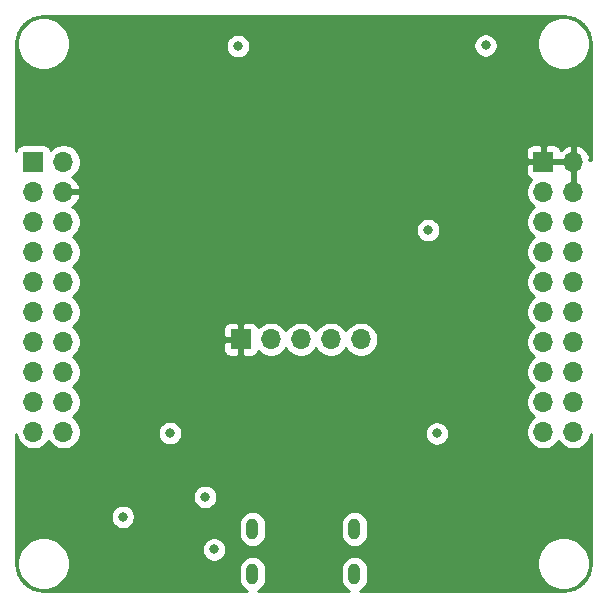
<source format=gbr>
%TF.GenerationSoftware,KiCad,Pcbnew,(5.1.10-1-10_14)*%
%TF.CreationDate,2021-10-31T18:44:30+08:00*%
%TF.ProjectId,esp32solo_devboard,65737033-3273-46f6-9c6f-5f646576626f,rev?*%
%TF.SameCoordinates,Original*%
%TF.FileFunction,Copper,L2,Inr*%
%TF.FilePolarity,Positive*%
%FSLAX46Y46*%
G04 Gerber Fmt 4.6, Leading zero omitted, Abs format (unit mm)*
G04 Created by KiCad (PCBNEW (5.1.10-1-10_14)) date 2021-10-31 18:44:30*
%MOMM*%
%LPD*%
G01*
G04 APERTURE LIST*
%TA.AperFunction,ComponentPad*%
%ADD10O,1.700000X1.700000*%
%TD*%
%TA.AperFunction,ComponentPad*%
%ADD11R,1.700000X1.700000*%
%TD*%
%TA.AperFunction,ComponentPad*%
%ADD12O,0.999998X1.799996*%
%TD*%
%TA.AperFunction,ViaPad*%
%ADD13C,0.800000*%
%TD*%
%TA.AperFunction,Conductor*%
%ADD14C,0.254000*%
%TD*%
%TA.AperFunction,Conductor*%
%ADD15C,0.100000*%
%TD*%
G04 APERTURE END LIST*
D10*
%TO.N,EN*%
%TO.C,J3*%
X129860000Y-78030000D03*
%TO.N,IO0*%
X127320000Y-78030000D03*
%TO.N,TXD0*%
X124780000Y-78030000D03*
%TO.N,RXD0*%
X122240000Y-78030000D03*
D11*
%TO.N,GND*%
X119700000Y-78030000D03*
%TD*%
D10*
%TO.N,SD1*%
%TO.C,J2*%
X147860000Y-85860000D03*
%TO.N,SD0*%
X145320000Y-85860000D03*
%TO.N,IO2*%
X147860000Y-83320000D03*
%TO.N,IO15*%
X145320000Y-83320000D03*
%TO.N,IO4*%
X147860000Y-80780000D03*
%TO.N,IO0*%
X145320000Y-80780000D03*
%TO.N,IO17*%
X147860000Y-78240000D03*
%TO.N,IO16*%
X145320000Y-78240000D03*
%TO.N,IO18*%
X147860000Y-75700000D03*
%TO.N,IO5*%
X145320000Y-75700000D03*
%TO.N,EN*%
X147860000Y-73160000D03*
%TO.N,IO19*%
X145320000Y-73160000D03*
%TO.N,RXD0*%
X147860000Y-70620000D03*
%TO.N,IO21*%
X145320000Y-70620000D03*
%TO.N,IO22*%
X147860000Y-68080000D03*
%TO.N,TXD0*%
X145320000Y-68080000D03*
%TO.N,GND*%
X147860000Y-65540000D03*
%TO.N,IO23*%
X145320000Y-65540000D03*
%TO.N,GND*%
X147860000Y-63000000D03*
D11*
X145320000Y-63000000D03*
%TD*%
D10*
%TO.N,CLK*%
%TO.C,J1*%
X104680000Y-85860000D03*
%TO.N,CMD*%
X102140000Y-85860000D03*
%TO.N,SD3*%
X104680000Y-83320000D03*
%TO.N,SD2*%
X102140000Y-83320000D03*
%TO.N,IO13*%
X104680000Y-80780000D03*
%TO.N,IO12*%
X102140000Y-80780000D03*
%TO.N,IO14*%
X104680000Y-78240000D03*
%TO.N,IO27*%
X102140000Y-78240000D03*
%TO.N,IO26*%
X104680000Y-75700000D03*
%TO.N,IO25*%
X102140000Y-75700000D03*
%TO.N,IO33*%
X104680000Y-73160000D03*
%TO.N,IO32*%
X102140000Y-73160000D03*
%TO.N,IO35*%
X104680000Y-70620000D03*
%TO.N,IO34*%
X102140000Y-70620000D03*
%TO.N,SENSOR_VN*%
X104680000Y-68080000D03*
%TO.N,SENSOR_VP*%
X102140000Y-68080000D03*
%TO.N,GND*%
X104680000Y-65540000D03*
%TO.N,EN*%
X102140000Y-65540000D03*
%TO.N,VBUS*%
X104680000Y-63000000D03*
D11*
%TO.N,+3V3*%
X102140000Y-63000000D03*
%TD*%
D12*
%TO.N,Net-(C1-Pad1)*%
%TO.C,P1*%
X129320159Y-97900047D03*
X129320159Y-94099953D03*
X120680095Y-97900047D03*
X120680095Y-94099953D03*
%TD*%
D13*
%TO.N,GND*%
X123970000Y-58710000D03*
X119290000Y-66340000D03*
X130870000Y-51290000D03*
X119400000Y-51330000D03*
X133780000Y-98260000D03*
X127780000Y-89780000D03*
X127749931Y-91269931D03*
X131580000Y-86020000D03*
X121750000Y-91810000D03*
X113060000Y-97940000D03*
X112075000Y-96005000D03*
X109700000Y-96005000D03*
X107990000Y-54860000D03*
X118340000Y-85980000D03*
%TO.N,EN*%
X113700000Y-85980000D03*
%TO.N,+3V3*%
X119440000Y-53200000D03*
X135550000Y-68790000D03*
X116680000Y-91360000D03*
X109700000Y-93055000D03*
%TO.N,IO0*%
X136299970Y-86000000D03*
%TO.N,IO2*%
X140420000Y-53142500D03*
%TO.N,VBUS*%
X117430000Y-95810000D03*
%TD*%
D14*
%TO.N,GND*%
X147453893Y-50707670D02*
X147890498Y-50839489D01*
X148293185Y-51053600D01*
X148646612Y-51341848D01*
X148937327Y-51693261D01*
X149154242Y-52094439D01*
X149289106Y-52530113D01*
X149340000Y-53014344D01*
X149340000Y-62872998D01*
X149180156Y-62872998D01*
X149301476Y-62643110D01*
X149256825Y-62495901D01*
X149131641Y-62233080D01*
X148957588Y-61999731D01*
X148741355Y-61804822D01*
X148491252Y-61655843D01*
X148216891Y-61558519D01*
X147987000Y-61679186D01*
X147987000Y-62873000D01*
X148007000Y-62873000D01*
X148007000Y-63127000D01*
X147987000Y-63127000D01*
X147987000Y-65413000D01*
X148007000Y-65413000D01*
X148007000Y-65667000D01*
X147987000Y-65667000D01*
X147987000Y-65687000D01*
X147733000Y-65687000D01*
X147733000Y-65667000D01*
X147713000Y-65667000D01*
X147713000Y-65413000D01*
X147733000Y-65413000D01*
X147733000Y-63127000D01*
X145447000Y-63127000D01*
X145447000Y-63147000D01*
X145193000Y-63147000D01*
X145193000Y-63127000D01*
X143993750Y-63127000D01*
X143835000Y-63285750D01*
X143831928Y-63850000D01*
X143844188Y-63974482D01*
X143880498Y-64094180D01*
X143939463Y-64204494D01*
X144018815Y-64301185D01*
X144115506Y-64380537D01*
X144225820Y-64439502D01*
X144298380Y-64461513D01*
X144166525Y-64593368D01*
X144004010Y-64836589D01*
X143892068Y-65106842D01*
X143835000Y-65393740D01*
X143835000Y-65686260D01*
X143892068Y-65973158D01*
X144004010Y-66243411D01*
X144166525Y-66486632D01*
X144373368Y-66693475D01*
X144547760Y-66810000D01*
X144373368Y-66926525D01*
X144166525Y-67133368D01*
X144004010Y-67376589D01*
X143892068Y-67646842D01*
X143835000Y-67933740D01*
X143835000Y-68226260D01*
X143892068Y-68513158D01*
X144004010Y-68783411D01*
X144166525Y-69026632D01*
X144373368Y-69233475D01*
X144547760Y-69350000D01*
X144373368Y-69466525D01*
X144166525Y-69673368D01*
X144004010Y-69916589D01*
X143892068Y-70186842D01*
X143835000Y-70473740D01*
X143835000Y-70766260D01*
X143892068Y-71053158D01*
X144004010Y-71323411D01*
X144166525Y-71566632D01*
X144373368Y-71773475D01*
X144547760Y-71890000D01*
X144373368Y-72006525D01*
X144166525Y-72213368D01*
X144004010Y-72456589D01*
X143892068Y-72726842D01*
X143835000Y-73013740D01*
X143835000Y-73306260D01*
X143892068Y-73593158D01*
X144004010Y-73863411D01*
X144166525Y-74106632D01*
X144373368Y-74313475D01*
X144547760Y-74430000D01*
X144373368Y-74546525D01*
X144166525Y-74753368D01*
X144004010Y-74996589D01*
X143892068Y-75266842D01*
X143835000Y-75553740D01*
X143835000Y-75846260D01*
X143892068Y-76133158D01*
X144004010Y-76403411D01*
X144166525Y-76646632D01*
X144373368Y-76853475D01*
X144547760Y-76970000D01*
X144373368Y-77086525D01*
X144166525Y-77293368D01*
X144004010Y-77536589D01*
X143892068Y-77806842D01*
X143835000Y-78093740D01*
X143835000Y-78386260D01*
X143892068Y-78673158D01*
X144004010Y-78943411D01*
X144166525Y-79186632D01*
X144373368Y-79393475D01*
X144547760Y-79510000D01*
X144373368Y-79626525D01*
X144166525Y-79833368D01*
X144004010Y-80076589D01*
X143892068Y-80346842D01*
X143835000Y-80633740D01*
X143835000Y-80926260D01*
X143892068Y-81213158D01*
X144004010Y-81483411D01*
X144166525Y-81726632D01*
X144373368Y-81933475D01*
X144547760Y-82050000D01*
X144373368Y-82166525D01*
X144166525Y-82373368D01*
X144004010Y-82616589D01*
X143892068Y-82886842D01*
X143835000Y-83173740D01*
X143835000Y-83466260D01*
X143892068Y-83753158D01*
X144004010Y-84023411D01*
X144166525Y-84266632D01*
X144373368Y-84473475D01*
X144547760Y-84590000D01*
X144373368Y-84706525D01*
X144166525Y-84913368D01*
X144004010Y-85156589D01*
X143892068Y-85426842D01*
X143835000Y-85713740D01*
X143835000Y-86006260D01*
X143892068Y-86293158D01*
X144004010Y-86563411D01*
X144166525Y-86806632D01*
X144373368Y-87013475D01*
X144616589Y-87175990D01*
X144886842Y-87287932D01*
X145173740Y-87345000D01*
X145466260Y-87345000D01*
X145753158Y-87287932D01*
X146023411Y-87175990D01*
X146266632Y-87013475D01*
X146473475Y-86806632D01*
X146590000Y-86632240D01*
X146706525Y-86806632D01*
X146913368Y-87013475D01*
X147156589Y-87175990D01*
X147426842Y-87287932D01*
X147713740Y-87345000D01*
X148006260Y-87345000D01*
X148293158Y-87287932D01*
X148563411Y-87175990D01*
X148806632Y-87013475D01*
X149013475Y-86806632D01*
X149175990Y-86563411D01*
X149287932Y-86293158D01*
X149340001Y-86031393D01*
X149340001Y-96967711D01*
X149292330Y-97453894D01*
X149160512Y-97890497D01*
X148946399Y-98293186D01*
X148658150Y-98646613D01*
X148306739Y-98937327D01*
X147905564Y-99154240D01*
X147469886Y-99289106D01*
X146985664Y-99340000D01*
X129782276Y-99340000D01*
X129953781Y-99248329D01*
X130126607Y-99106494D01*
X130268442Y-98933668D01*
X130373834Y-98736493D01*
X130438735Y-98522544D01*
X130455158Y-98355797D01*
X130455158Y-97444296D01*
X130438735Y-97277549D01*
X130373834Y-97063601D01*
X130268442Y-96866426D01*
X130197409Y-96779872D01*
X144765000Y-96779872D01*
X144765000Y-97220128D01*
X144850890Y-97651925D01*
X145019369Y-98058669D01*
X145263962Y-98424729D01*
X145575271Y-98736038D01*
X145941331Y-98980631D01*
X146348075Y-99149110D01*
X146779872Y-99235000D01*
X147220128Y-99235000D01*
X147651925Y-99149110D01*
X148058669Y-98980631D01*
X148424729Y-98736038D01*
X148736038Y-98424729D01*
X148980631Y-98058669D01*
X149149110Y-97651925D01*
X149235000Y-97220128D01*
X149235000Y-96779872D01*
X149149110Y-96348075D01*
X148980631Y-95941331D01*
X148736038Y-95575271D01*
X148424729Y-95263962D01*
X148058669Y-95019369D01*
X147651925Y-94850890D01*
X147220128Y-94765000D01*
X146779872Y-94765000D01*
X146348075Y-94850890D01*
X145941331Y-95019369D01*
X145575271Y-95263962D01*
X145263962Y-95575271D01*
X145019369Y-95941331D01*
X144850890Y-96348075D01*
X144765000Y-96779872D01*
X130197409Y-96779872D01*
X130126607Y-96693600D01*
X129953781Y-96551765D01*
X129756605Y-96446373D01*
X129542657Y-96381472D01*
X129320159Y-96359558D01*
X129097660Y-96381472D01*
X128883712Y-96446373D01*
X128686537Y-96551765D01*
X128513711Y-96693600D01*
X128371876Y-96866426D01*
X128266484Y-97063602D01*
X128201583Y-97277550D01*
X128185160Y-97444297D01*
X128185160Y-98355798D01*
X128201583Y-98522545D01*
X128266484Y-98736493D01*
X128371877Y-98933668D01*
X128513712Y-99106494D01*
X128686538Y-99248329D01*
X128858043Y-99340000D01*
X121142212Y-99340000D01*
X121313717Y-99248329D01*
X121486543Y-99106494D01*
X121628378Y-98933668D01*
X121733770Y-98736493D01*
X121798671Y-98522544D01*
X121815094Y-98355797D01*
X121815094Y-97444296D01*
X121798671Y-97277549D01*
X121733770Y-97063601D01*
X121628378Y-96866426D01*
X121486543Y-96693600D01*
X121313717Y-96551765D01*
X121116541Y-96446373D01*
X120902593Y-96381472D01*
X120680095Y-96359558D01*
X120457596Y-96381472D01*
X120243648Y-96446373D01*
X120046473Y-96551765D01*
X119873647Y-96693600D01*
X119731812Y-96866426D01*
X119626420Y-97063602D01*
X119561519Y-97277550D01*
X119545096Y-97444297D01*
X119545096Y-98355798D01*
X119561519Y-98522545D01*
X119626420Y-98736493D01*
X119731813Y-98933668D01*
X119873648Y-99106494D01*
X120046474Y-99248329D01*
X120217979Y-99340000D01*
X103032279Y-99340000D01*
X102546106Y-99292330D01*
X102109503Y-99160512D01*
X101706814Y-98946399D01*
X101353387Y-98658150D01*
X101062673Y-98306739D01*
X100845760Y-97905564D01*
X100710894Y-97469886D01*
X100660000Y-96985664D01*
X100660000Y-96779872D01*
X100765000Y-96779872D01*
X100765000Y-97220128D01*
X100850890Y-97651925D01*
X101019369Y-98058669D01*
X101263962Y-98424729D01*
X101575271Y-98736038D01*
X101941331Y-98980631D01*
X102348075Y-99149110D01*
X102779872Y-99235000D01*
X103220128Y-99235000D01*
X103651925Y-99149110D01*
X104058669Y-98980631D01*
X104424729Y-98736038D01*
X104736038Y-98424729D01*
X104980631Y-98058669D01*
X105149110Y-97651925D01*
X105235000Y-97220128D01*
X105235000Y-96779872D01*
X105149110Y-96348075D01*
X104980631Y-95941331D01*
X104824766Y-95708061D01*
X116395000Y-95708061D01*
X116395000Y-95911939D01*
X116434774Y-96111898D01*
X116512795Y-96300256D01*
X116626063Y-96469774D01*
X116770226Y-96613937D01*
X116939744Y-96727205D01*
X117128102Y-96805226D01*
X117328061Y-96845000D01*
X117531939Y-96845000D01*
X117731898Y-96805226D01*
X117920256Y-96727205D01*
X118089774Y-96613937D01*
X118233937Y-96469774D01*
X118347205Y-96300256D01*
X118425226Y-96111898D01*
X118465000Y-95911939D01*
X118465000Y-95708061D01*
X118425226Y-95508102D01*
X118347205Y-95319744D01*
X118233937Y-95150226D01*
X118089774Y-95006063D01*
X117920256Y-94892795D01*
X117731898Y-94814774D01*
X117531939Y-94775000D01*
X117328061Y-94775000D01*
X117128102Y-94814774D01*
X116939744Y-94892795D01*
X116770226Y-95006063D01*
X116626063Y-95150226D01*
X116512795Y-95319744D01*
X116434774Y-95508102D01*
X116395000Y-95708061D01*
X104824766Y-95708061D01*
X104736038Y-95575271D01*
X104424729Y-95263962D01*
X104058669Y-95019369D01*
X103651925Y-94850890D01*
X103220128Y-94765000D01*
X102779872Y-94765000D01*
X102348075Y-94850890D01*
X101941331Y-95019369D01*
X101575271Y-95263962D01*
X101263962Y-95575271D01*
X101019369Y-95941331D01*
X100850890Y-96348075D01*
X100765000Y-96779872D01*
X100660000Y-96779872D01*
X100660000Y-92953061D01*
X108665000Y-92953061D01*
X108665000Y-93156939D01*
X108704774Y-93356898D01*
X108782795Y-93545256D01*
X108896063Y-93714774D01*
X109040226Y-93858937D01*
X109209744Y-93972205D01*
X109398102Y-94050226D01*
X109598061Y-94090000D01*
X109801939Y-94090000D01*
X110001898Y-94050226D01*
X110190256Y-93972205D01*
X110359774Y-93858937D01*
X110503937Y-93714774D01*
X110551090Y-93644203D01*
X119545096Y-93644203D01*
X119545096Y-94555704D01*
X119561519Y-94722451D01*
X119626420Y-94936399D01*
X119731813Y-95133574D01*
X119873648Y-95306400D01*
X120046474Y-95448235D01*
X120243649Y-95553627D01*
X120457597Y-95618528D01*
X120680095Y-95640442D01*
X120902594Y-95618528D01*
X121116542Y-95553627D01*
X121313717Y-95448235D01*
X121486543Y-95306400D01*
X121628378Y-95133574D01*
X121733770Y-94936399D01*
X121798671Y-94722450D01*
X121815094Y-94555703D01*
X121815094Y-93644203D01*
X128185160Y-93644203D01*
X128185160Y-94555704D01*
X128201583Y-94722451D01*
X128266484Y-94936399D01*
X128371877Y-95133574D01*
X128513712Y-95306400D01*
X128686538Y-95448235D01*
X128883713Y-95553627D01*
X129097661Y-95618528D01*
X129320159Y-95640442D01*
X129542658Y-95618528D01*
X129756606Y-95553627D01*
X129953781Y-95448235D01*
X130126607Y-95306400D01*
X130268442Y-95133574D01*
X130373834Y-94936399D01*
X130438735Y-94722450D01*
X130455158Y-94555703D01*
X130455158Y-93644202D01*
X130438735Y-93477455D01*
X130373834Y-93263507D01*
X130268442Y-93066332D01*
X130126607Y-92893506D01*
X129953781Y-92751671D01*
X129756605Y-92646279D01*
X129542657Y-92581378D01*
X129320159Y-92559464D01*
X129097660Y-92581378D01*
X128883712Y-92646279D01*
X128686537Y-92751671D01*
X128513711Y-92893506D01*
X128371876Y-93066332D01*
X128266484Y-93263508D01*
X128201583Y-93477456D01*
X128185160Y-93644203D01*
X121815094Y-93644203D01*
X121815094Y-93644202D01*
X121798671Y-93477455D01*
X121733770Y-93263507D01*
X121628378Y-93066332D01*
X121486543Y-92893506D01*
X121313717Y-92751671D01*
X121116541Y-92646279D01*
X120902593Y-92581378D01*
X120680095Y-92559464D01*
X120457596Y-92581378D01*
X120243648Y-92646279D01*
X120046473Y-92751671D01*
X119873647Y-92893506D01*
X119731812Y-93066332D01*
X119626420Y-93263508D01*
X119561519Y-93477456D01*
X119545096Y-93644203D01*
X110551090Y-93644203D01*
X110617205Y-93545256D01*
X110695226Y-93356898D01*
X110735000Y-93156939D01*
X110735000Y-92953061D01*
X110695226Y-92753102D01*
X110617205Y-92564744D01*
X110503937Y-92395226D01*
X110359774Y-92251063D01*
X110190256Y-92137795D01*
X110001898Y-92059774D01*
X109801939Y-92020000D01*
X109598061Y-92020000D01*
X109398102Y-92059774D01*
X109209744Y-92137795D01*
X109040226Y-92251063D01*
X108896063Y-92395226D01*
X108782795Y-92564744D01*
X108704774Y-92753102D01*
X108665000Y-92953061D01*
X100660000Y-92953061D01*
X100660000Y-91258061D01*
X115645000Y-91258061D01*
X115645000Y-91461939D01*
X115684774Y-91661898D01*
X115762795Y-91850256D01*
X115876063Y-92019774D01*
X116020226Y-92163937D01*
X116189744Y-92277205D01*
X116378102Y-92355226D01*
X116578061Y-92395000D01*
X116781939Y-92395000D01*
X116981898Y-92355226D01*
X117170256Y-92277205D01*
X117339774Y-92163937D01*
X117483937Y-92019774D01*
X117597205Y-91850256D01*
X117675226Y-91661898D01*
X117715000Y-91461939D01*
X117715000Y-91258061D01*
X117675226Y-91058102D01*
X117597205Y-90869744D01*
X117483937Y-90700226D01*
X117339774Y-90556063D01*
X117170256Y-90442795D01*
X116981898Y-90364774D01*
X116781939Y-90325000D01*
X116578061Y-90325000D01*
X116378102Y-90364774D01*
X116189744Y-90442795D01*
X116020226Y-90556063D01*
X115876063Y-90700226D01*
X115762795Y-90869744D01*
X115684774Y-91058102D01*
X115645000Y-91258061D01*
X100660000Y-91258061D01*
X100660000Y-86031397D01*
X100712068Y-86293158D01*
X100824010Y-86563411D01*
X100986525Y-86806632D01*
X101193368Y-87013475D01*
X101436589Y-87175990D01*
X101706842Y-87287932D01*
X101993740Y-87345000D01*
X102286260Y-87345000D01*
X102573158Y-87287932D01*
X102843411Y-87175990D01*
X103086632Y-87013475D01*
X103293475Y-86806632D01*
X103410000Y-86632240D01*
X103526525Y-86806632D01*
X103733368Y-87013475D01*
X103976589Y-87175990D01*
X104246842Y-87287932D01*
X104533740Y-87345000D01*
X104826260Y-87345000D01*
X105113158Y-87287932D01*
X105383411Y-87175990D01*
X105626632Y-87013475D01*
X105833475Y-86806632D01*
X105995990Y-86563411D01*
X106107932Y-86293158D01*
X106165000Y-86006260D01*
X106165000Y-85878061D01*
X112665000Y-85878061D01*
X112665000Y-86081939D01*
X112704774Y-86281898D01*
X112782795Y-86470256D01*
X112896063Y-86639774D01*
X113040226Y-86783937D01*
X113209744Y-86897205D01*
X113398102Y-86975226D01*
X113598061Y-87015000D01*
X113801939Y-87015000D01*
X114001898Y-86975226D01*
X114190256Y-86897205D01*
X114359774Y-86783937D01*
X114503937Y-86639774D01*
X114617205Y-86470256D01*
X114695226Y-86281898D01*
X114735000Y-86081939D01*
X114735000Y-85898061D01*
X135264970Y-85898061D01*
X135264970Y-86101939D01*
X135304744Y-86301898D01*
X135382765Y-86490256D01*
X135496033Y-86659774D01*
X135640196Y-86803937D01*
X135809714Y-86917205D01*
X135998072Y-86995226D01*
X136198031Y-87035000D01*
X136401909Y-87035000D01*
X136601868Y-86995226D01*
X136790226Y-86917205D01*
X136959744Y-86803937D01*
X137103907Y-86659774D01*
X137217175Y-86490256D01*
X137295196Y-86301898D01*
X137334970Y-86101939D01*
X137334970Y-85898061D01*
X137295196Y-85698102D01*
X137217175Y-85509744D01*
X137103907Y-85340226D01*
X136959744Y-85196063D01*
X136790226Y-85082795D01*
X136601868Y-85004774D01*
X136401909Y-84965000D01*
X136198031Y-84965000D01*
X135998072Y-85004774D01*
X135809714Y-85082795D01*
X135640196Y-85196063D01*
X135496033Y-85340226D01*
X135382765Y-85509744D01*
X135304744Y-85698102D01*
X135264970Y-85898061D01*
X114735000Y-85898061D01*
X114735000Y-85878061D01*
X114695226Y-85678102D01*
X114617205Y-85489744D01*
X114503937Y-85320226D01*
X114359774Y-85176063D01*
X114190256Y-85062795D01*
X114001898Y-84984774D01*
X113801939Y-84945000D01*
X113598061Y-84945000D01*
X113398102Y-84984774D01*
X113209744Y-85062795D01*
X113040226Y-85176063D01*
X112896063Y-85320226D01*
X112782795Y-85489744D01*
X112704774Y-85678102D01*
X112665000Y-85878061D01*
X106165000Y-85878061D01*
X106165000Y-85713740D01*
X106107932Y-85426842D01*
X105995990Y-85156589D01*
X105833475Y-84913368D01*
X105626632Y-84706525D01*
X105452240Y-84590000D01*
X105626632Y-84473475D01*
X105833475Y-84266632D01*
X105995990Y-84023411D01*
X106107932Y-83753158D01*
X106165000Y-83466260D01*
X106165000Y-83173740D01*
X106107932Y-82886842D01*
X105995990Y-82616589D01*
X105833475Y-82373368D01*
X105626632Y-82166525D01*
X105452240Y-82050000D01*
X105626632Y-81933475D01*
X105833475Y-81726632D01*
X105995990Y-81483411D01*
X106107932Y-81213158D01*
X106165000Y-80926260D01*
X106165000Y-80633740D01*
X106107932Y-80346842D01*
X105995990Y-80076589D01*
X105833475Y-79833368D01*
X105626632Y-79626525D01*
X105452240Y-79510000D01*
X105626632Y-79393475D01*
X105833475Y-79186632D01*
X105995990Y-78943411D01*
X106022255Y-78880000D01*
X118211928Y-78880000D01*
X118224188Y-79004482D01*
X118260498Y-79124180D01*
X118319463Y-79234494D01*
X118398815Y-79331185D01*
X118495506Y-79410537D01*
X118605820Y-79469502D01*
X118725518Y-79505812D01*
X118850000Y-79518072D01*
X119414250Y-79515000D01*
X119573000Y-79356250D01*
X119573000Y-78157000D01*
X118373750Y-78157000D01*
X118215000Y-78315750D01*
X118211928Y-78880000D01*
X106022255Y-78880000D01*
X106107932Y-78673158D01*
X106165000Y-78386260D01*
X106165000Y-78093740D01*
X106107932Y-77806842D01*
X105995990Y-77536589D01*
X105833475Y-77293368D01*
X105720107Y-77180000D01*
X118211928Y-77180000D01*
X118215000Y-77744250D01*
X118373750Y-77903000D01*
X119573000Y-77903000D01*
X119573000Y-76703750D01*
X119827000Y-76703750D01*
X119827000Y-77903000D01*
X119847000Y-77903000D01*
X119847000Y-78157000D01*
X119827000Y-78157000D01*
X119827000Y-79356250D01*
X119985750Y-79515000D01*
X120550000Y-79518072D01*
X120674482Y-79505812D01*
X120794180Y-79469502D01*
X120904494Y-79410537D01*
X121001185Y-79331185D01*
X121080537Y-79234494D01*
X121139502Y-79124180D01*
X121161513Y-79051620D01*
X121293368Y-79183475D01*
X121536589Y-79345990D01*
X121806842Y-79457932D01*
X122093740Y-79515000D01*
X122386260Y-79515000D01*
X122673158Y-79457932D01*
X122943411Y-79345990D01*
X123186632Y-79183475D01*
X123393475Y-78976632D01*
X123510000Y-78802240D01*
X123626525Y-78976632D01*
X123833368Y-79183475D01*
X124076589Y-79345990D01*
X124346842Y-79457932D01*
X124633740Y-79515000D01*
X124926260Y-79515000D01*
X125213158Y-79457932D01*
X125483411Y-79345990D01*
X125726632Y-79183475D01*
X125933475Y-78976632D01*
X126050000Y-78802240D01*
X126166525Y-78976632D01*
X126373368Y-79183475D01*
X126616589Y-79345990D01*
X126886842Y-79457932D01*
X127173740Y-79515000D01*
X127466260Y-79515000D01*
X127753158Y-79457932D01*
X128023411Y-79345990D01*
X128266632Y-79183475D01*
X128473475Y-78976632D01*
X128590000Y-78802240D01*
X128706525Y-78976632D01*
X128913368Y-79183475D01*
X129156589Y-79345990D01*
X129426842Y-79457932D01*
X129713740Y-79515000D01*
X130006260Y-79515000D01*
X130293158Y-79457932D01*
X130563411Y-79345990D01*
X130806632Y-79183475D01*
X131013475Y-78976632D01*
X131175990Y-78733411D01*
X131287932Y-78463158D01*
X131345000Y-78176260D01*
X131345000Y-77883740D01*
X131287932Y-77596842D01*
X131175990Y-77326589D01*
X131013475Y-77083368D01*
X130806632Y-76876525D01*
X130563411Y-76714010D01*
X130293158Y-76602068D01*
X130006260Y-76545000D01*
X129713740Y-76545000D01*
X129426842Y-76602068D01*
X129156589Y-76714010D01*
X128913368Y-76876525D01*
X128706525Y-77083368D01*
X128590000Y-77257760D01*
X128473475Y-77083368D01*
X128266632Y-76876525D01*
X128023411Y-76714010D01*
X127753158Y-76602068D01*
X127466260Y-76545000D01*
X127173740Y-76545000D01*
X126886842Y-76602068D01*
X126616589Y-76714010D01*
X126373368Y-76876525D01*
X126166525Y-77083368D01*
X126050000Y-77257760D01*
X125933475Y-77083368D01*
X125726632Y-76876525D01*
X125483411Y-76714010D01*
X125213158Y-76602068D01*
X124926260Y-76545000D01*
X124633740Y-76545000D01*
X124346842Y-76602068D01*
X124076589Y-76714010D01*
X123833368Y-76876525D01*
X123626525Y-77083368D01*
X123510000Y-77257760D01*
X123393475Y-77083368D01*
X123186632Y-76876525D01*
X122943411Y-76714010D01*
X122673158Y-76602068D01*
X122386260Y-76545000D01*
X122093740Y-76545000D01*
X121806842Y-76602068D01*
X121536589Y-76714010D01*
X121293368Y-76876525D01*
X121161513Y-77008380D01*
X121139502Y-76935820D01*
X121080537Y-76825506D01*
X121001185Y-76728815D01*
X120904494Y-76649463D01*
X120794180Y-76590498D01*
X120674482Y-76554188D01*
X120550000Y-76541928D01*
X119985750Y-76545000D01*
X119827000Y-76703750D01*
X119573000Y-76703750D01*
X119414250Y-76545000D01*
X118850000Y-76541928D01*
X118725518Y-76554188D01*
X118605820Y-76590498D01*
X118495506Y-76649463D01*
X118398815Y-76728815D01*
X118319463Y-76825506D01*
X118260498Y-76935820D01*
X118224188Y-77055518D01*
X118211928Y-77180000D01*
X105720107Y-77180000D01*
X105626632Y-77086525D01*
X105452240Y-76970000D01*
X105626632Y-76853475D01*
X105833475Y-76646632D01*
X105995990Y-76403411D01*
X106107932Y-76133158D01*
X106165000Y-75846260D01*
X106165000Y-75553740D01*
X106107932Y-75266842D01*
X105995990Y-74996589D01*
X105833475Y-74753368D01*
X105626632Y-74546525D01*
X105452240Y-74430000D01*
X105626632Y-74313475D01*
X105833475Y-74106632D01*
X105995990Y-73863411D01*
X106107932Y-73593158D01*
X106165000Y-73306260D01*
X106165000Y-73013740D01*
X106107932Y-72726842D01*
X105995990Y-72456589D01*
X105833475Y-72213368D01*
X105626632Y-72006525D01*
X105452240Y-71890000D01*
X105626632Y-71773475D01*
X105833475Y-71566632D01*
X105995990Y-71323411D01*
X106107932Y-71053158D01*
X106165000Y-70766260D01*
X106165000Y-70473740D01*
X106107932Y-70186842D01*
X105995990Y-69916589D01*
X105833475Y-69673368D01*
X105626632Y-69466525D01*
X105452240Y-69350000D01*
X105626632Y-69233475D01*
X105833475Y-69026632D01*
X105995990Y-68783411D01*
X106035485Y-68688061D01*
X134515000Y-68688061D01*
X134515000Y-68891939D01*
X134554774Y-69091898D01*
X134632795Y-69280256D01*
X134746063Y-69449774D01*
X134890226Y-69593937D01*
X135059744Y-69707205D01*
X135248102Y-69785226D01*
X135448061Y-69825000D01*
X135651939Y-69825000D01*
X135851898Y-69785226D01*
X136040256Y-69707205D01*
X136209774Y-69593937D01*
X136353937Y-69449774D01*
X136467205Y-69280256D01*
X136545226Y-69091898D01*
X136585000Y-68891939D01*
X136585000Y-68688061D01*
X136545226Y-68488102D01*
X136467205Y-68299744D01*
X136353937Y-68130226D01*
X136209774Y-67986063D01*
X136040256Y-67872795D01*
X135851898Y-67794774D01*
X135651939Y-67755000D01*
X135448061Y-67755000D01*
X135248102Y-67794774D01*
X135059744Y-67872795D01*
X134890226Y-67986063D01*
X134746063Y-68130226D01*
X134632795Y-68299744D01*
X134554774Y-68488102D01*
X134515000Y-68688061D01*
X106035485Y-68688061D01*
X106107932Y-68513158D01*
X106165000Y-68226260D01*
X106165000Y-67933740D01*
X106107932Y-67646842D01*
X105995990Y-67376589D01*
X105833475Y-67133368D01*
X105626632Y-66926525D01*
X105444466Y-66804805D01*
X105561355Y-66735178D01*
X105777588Y-66540269D01*
X105951641Y-66306920D01*
X106076825Y-66044099D01*
X106121476Y-65896890D01*
X106000155Y-65667000D01*
X104807000Y-65667000D01*
X104807000Y-65687000D01*
X104553000Y-65687000D01*
X104553000Y-65667000D01*
X104533000Y-65667000D01*
X104533000Y-65413000D01*
X104553000Y-65413000D01*
X104553000Y-65393000D01*
X104807000Y-65393000D01*
X104807000Y-65413000D01*
X106000155Y-65413000D01*
X106121476Y-65183110D01*
X106076825Y-65035901D01*
X105951641Y-64773080D01*
X105777588Y-64539731D01*
X105561355Y-64344822D01*
X105444466Y-64275195D01*
X105626632Y-64153475D01*
X105833475Y-63946632D01*
X105995990Y-63703411D01*
X106107932Y-63433158D01*
X106165000Y-63146260D01*
X106165000Y-62853740D01*
X106107932Y-62566842D01*
X105995990Y-62296589D01*
X105898043Y-62150000D01*
X143831928Y-62150000D01*
X143835000Y-62714250D01*
X143993750Y-62873000D01*
X145193000Y-62873000D01*
X145193000Y-61673750D01*
X145447000Y-61673750D01*
X145447000Y-62873000D01*
X147733000Y-62873000D01*
X147733000Y-61679186D01*
X147503109Y-61558519D01*
X147228748Y-61655843D01*
X146978645Y-61804822D01*
X146782498Y-61981626D01*
X146759502Y-61905820D01*
X146700537Y-61795506D01*
X146621185Y-61698815D01*
X146524494Y-61619463D01*
X146414180Y-61560498D01*
X146294482Y-61524188D01*
X146170000Y-61511928D01*
X145605750Y-61515000D01*
X145447000Y-61673750D01*
X145193000Y-61673750D01*
X145034250Y-61515000D01*
X144470000Y-61511928D01*
X144345518Y-61524188D01*
X144225820Y-61560498D01*
X144115506Y-61619463D01*
X144018815Y-61698815D01*
X143939463Y-61795506D01*
X143880498Y-61905820D01*
X143844188Y-62025518D01*
X143831928Y-62150000D01*
X105898043Y-62150000D01*
X105833475Y-62053368D01*
X105626632Y-61846525D01*
X105383411Y-61684010D01*
X105113158Y-61572068D01*
X104826260Y-61515000D01*
X104533740Y-61515000D01*
X104246842Y-61572068D01*
X103976589Y-61684010D01*
X103733368Y-61846525D01*
X103601513Y-61978380D01*
X103579502Y-61905820D01*
X103520537Y-61795506D01*
X103441185Y-61698815D01*
X103344494Y-61619463D01*
X103234180Y-61560498D01*
X103114482Y-61524188D01*
X102990000Y-61511928D01*
X101290000Y-61511928D01*
X101165518Y-61524188D01*
X101045820Y-61560498D01*
X100935506Y-61619463D01*
X100838815Y-61698815D01*
X100759463Y-61795506D01*
X100700498Y-61905820D01*
X100664188Y-62025518D01*
X100660000Y-62068041D01*
X100660000Y-53032279D01*
X100684748Y-52779872D01*
X100765000Y-52779872D01*
X100765000Y-53220128D01*
X100850890Y-53651925D01*
X101019369Y-54058669D01*
X101263962Y-54424729D01*
X101575271Y-54736038D01*
X101941331Y-54980631D01*
X102348075Y-55149110D01*
X102779872Y-55235000D01*
X103220128Y-55235000D01*
X103651925Y-55149110D01*
X104058669Y-54980631D01*
X104424729Y-54736038D01*
X104736038Y-54424729D01*
X104980631Y-54058669D01*
X105149110Y-53651925D01*
X105235000Y-53220128D01*
X105235000Y-53098061D01*
X118405000Y-53098061D01*
X118405000Y-53301939D01*
X118444774Y-53501898D01*
X118522795Y-53690256D01*
X118636063Y-53859774D01*
X118780226Y-54003937D01*
X118949744Y-54117205D01*
X119138102Y-54195226D01*
X119338061Y-54235000D01*
X119541939Y-54235000D01*
X119741898Y-54195226D01*
X119930256Y-54117205D01*
X120099774Y-54003937D01*
X120243937Y-53859774D01*
X120357205Y-53690256D01*
X120435226Y-53501898D01*
X120475000Y-53301939D01*
X120475000Y-53098061D01*
X120463563Y-53040561D01*
X139385000Y-53040561D01*
X139385000Y-53244439D01*
X139424774Y-53444398D01*
X139502795Y-53632756D01*
X139616063Y-53802274D01*
X139760226Y-53946437D01*
X139929744Y-54059705D01*
X140118102Y-54137726D01*
X140318061Y-54177500D01*
X140521939Y-54177500D01*
X140721898Y-54137726D01*
X140910256Y-54059705D01*
X141079774Y-53946437D01*
X141223937Y-53802274D01*
X141337205Y-53632756D01*
X141415226Y-53444398D01*
X141455000Y-53244439D01*
X141455000Y-53040561D01*
X141415226Y-52840602D01*
X141390071Y-52779872D01*
X144765000Y-52779872D01*
X144765000Y-53220128D01*
X144850890Y-53651925D01*
X145019369Y-54058669D01*
X145263962Y-54424729D01*
X145575271Y-54736038D01*
X145941331Y-54980631D01*
X146348075Y-55149110D01*
X146779872Y-55235000D01*
X147220128Y-55235000D01*
X147651925Y-55149110D01*
X148058669Y-54980631D01*
X148424729Y-54736038D01*
X148736038Y-54424729D01*
X148980631Y-54058669D01*
X149149110Y-53651925D01*
X149235000Y-53220128D01*
X149235000Y-52779872D01*
X149149110Y-52348075D01*
X148980631Y-51941331D01*
X148736038Y-51575271D01*
X148424729Y-51263962D01*
X148058669Y-51019369D01*
X147651925Y-50850890D01*
X147220128Y-50765000D01*
X146779872Y-50765000D01*
X146348075Y-50850890D01*
X145941331Y-51019369D01*
X145575271Y-51263962D01*
X145263962Y-51575271D01*
X145019369Y-51941331D01*
X144850890Y-52348075D01*
X144765000Y-52779872D01*
X141390071Y-52779872D01*
X141337205Y-52652244D01*
X141223937Y-52482726D01*
X141079774Y-52338563D01*
X140910256Y-52225295D01*
X140721898Y-52147274D01*
X140521939Y-52107500D01*
X140318061Y-52107500D01*
X140118102Y-52147274D01*
X139929744Y-52225295D01*
X139760226Y-52338563D01*
X139616063Y-52482726D01*
X139502795Y-52652244D01*
X139424774Y-52840602D01*
X139385000Y-53040561D01*
X120463563Y-53040561D01*
X120435226Y-52898102D01*
X120357205Y-52709744D01*
X120243937Y-52540226D01*
X120099774Y-52396063D01*
X119930256Y-52282795D01*
X119741898Y-52204774D01*
X119541939Y-52165000D01*
X119338061Y-52165000D01*
X119138102Y-52204774D01*
X118949744Y-52282795D01*
X118780226Y-52396063D01*
X118636063Y-52540226D01*
X118522795Y-52709744D01*
X118444774Y-52898102D01*
X118405000Y-53098061D01*
X105235000Y-53098061D01*
X105235000Y-52779872D01*
X105149110Y-52348075D01*
X104980631Y-51941331D01*
X104736038Y-51575271D01*
X104424729Y-51263962D01*
X104058669Y-51019369D01*
X103651925Y-50850890D01*
X103220128Y-50765000D01*
X102779872Y-50765000D01*
X102348075Y-50850890D01*
X101941331Y-51019369D01*
X101575271Y-51263962D01*
X101263962Y-51575271D01*
X101019369Y-51941331D01*
X100850890Y-52348075D01*
X100765000Y-52779872D01*
X100684748Y-52779872D01*
X100707670Y-52546107D01*
X100839489Y-52109502D01*
X101053600Y-51706815D01*
X101341848Y-51353388D01*
X101693261Y-51062673D01*
X102094439Y-50845758D01*
X102530113Y-50710894D01*
X103014344Y-50660000D01*
X146967721Y-50660000D01*
X147453893Y-50707670D01*
%TA.AperFunction,Conductor*%
D15*
G36*
X147453893Y-50707670D02*
G01*
X147890498Y-50839489D01*
X148293185Y-51053600D01*
X148646612Y-51341848D01*
X148937327Y-51693261D01*
X149154242Y-52094439D01*
X149289106Y-52530113D01*
X149340000Y-53014344D01*
X149340000Y-62872998D01*
X149180156Y-62872998D01*
X149301476Y-62643110D01*
X149256825Y-62495901D01*
X149131641Y-62233080D01*
X148957588Y-61999731D01*
X148741355Y-61804822D01*
X148491252Y-61655843D01*
X148216891Y-61558519D01*
X147987000Y-61679186D01*
X147987000Y-62873000D01*
X148007000Y-62873000D01*
X148007000Y-63127000D01*
X147987000Y-63127000D01*
X147987000Y-65413000D01*
X148007000Y-65413000D01*
X148007000Y-65667000D01*
X147987000Y-65667000D01*
X147987000Y-65687000D01*
X147733000Y-65687000D01*
X147733000Y-65667000D01*
X147713000Y-65667000D01*
X147713000Y-65413000D01*
X147733000Y-65413000D01*
X147733000Y-63127000D01*
X145447000Y-63127000D01*
X145447000Y-63147000D01*
X145193000Y-63147000D01*
X145193000Y-63127000D01*
X143993750Y-63127000D01*
X143835000Y-63285750D01*
X143831928Y-63850000D01*
X143844188Y-63974482D01*
X143880498Y-64094180D01*
X143939463Y-64204494D01*
X144018815Y-64301185D01*
X144115506Y-64380537D01*
X144225820Y-64439502D01*
X144298380Y-64461513D01*
X144166525Y-64593368D01*
X144004010Y-64836589D01*
X143892068Y-65106842D01*
X143835000Y-65393740D01*
X143835000Y-65686260D01*
X143892068Y-65973158D01*
X144004010Y-66243411D01*
X144166525Y-66486632D01*
X144373368Y-66693475D01*
X144547760Y-66810000D01*
X144373368Y-66926525D01*
X144166525Y-67133368D01*
X144004010Y-67376589D01*
X143892068Y-67646842D01*
X143835000Y-67933740D01*
X143835000Y-68226260D01*
X143892068Y-68513158D01*
X144004010Y-68783411D01*
X144166525Y-69026632D01*
X144373368Y-69233475D01*
X144547760Y-69350000D01*
X144373368Y-69466525D01*
X144166525Y-69673368D01*
X144004010Y-69916589D01*
X143892068Y-70186842D01*
X143835000Y-70473740D01*
X143835000Y-70766260D01*
X143892068Y-71053158D01*
X144004010Y-71323411D01*
X144166525Y-71566632D01*
X144373368Y-71773475D01*
X144547760Y-71890000D01*
X144373368Y-72006525D01*
X144166525Y-72213368D01*
X144004010Y-72456589D01*
X143892068Y-72726842D01*
X143835000Y-73013740D01*
X143835000Y-73306260D01*
X143892068Y-73593158D01*
X144004010Y-73863411D01*
X144166525Y-74106632D01*
X144373368Y-74313475D01*
X144547760Y-74430000D01*
X144373368Y-74546525D01*
X144166525Y-74753368D01*
X144004010Y-74996589D01*
X143892068Y-75266842D01*
X143835000Y-75553740D01*
X143835000Y-75846260D01*
X143892068Y-76133158D01*
X144004010Y-76403411D01*
X144166525Y-76646632D01*
X144373368Y-76853475D01*
X144547760Y-76970000D01*
X144373368Y-77086525D01*
X144166525Y-77293368D01*
X144004010Y-77536589D01*
X143892068Y-77806842D01*
X143835000Y-78093740D01*
X143835000Y-78386260D01*
X143892068Y-78673158D01*
X144004010Y-78943411D01*
X144166525Y-79186632D01*
X144373368Y-79393475D01*
X144547760Y-79510000D01*
X144373368Y-79626525D01*
X144166525Y-79833368D01*
X144004010Y-80076589D01*
X143892068Y-80346842D01*
X143835000Y-80633740D01*
X143835000Y-80926260D01*
X143892068Y-81213158D01*
X144004010Y-81483411D01*
X144166525Y-81726632D01*
X144373368Y-81933475D01*
X144547760Y-82050000D01*
X144373368Y-82166525D01*
X144166525Y-82373368D01*
X144004010Y-82616589D01*
X143892068Y-82886842D01*
X143835000Y-83173740D01*
X143835000Y-83466260D01*
X143892068Y-83753158D01*
X144004010Y-84023411D01*
X144166525Y-84266632D01*
X144373368Y-84473475D01*
X144547760Y-84590000D01*
X144373368Y-84706525D01*
X144166525Y-84913368D01*
X144004010Y-85156589D01*
X143892068Y-85426842D01*
X143835000Y-85713740D01*
X143835000Y-86006260D01*
X143892068Y-86293158D01*
X144004010Y-86563411D01*
X144166525Y-86806632D01*
X144373368Y-87013475D01*
X144616589Y-87175990D01*
X144886842Y-87287932D01*
X145173740Y-87345000D01*
X145466260Y-87345000D01*
X145753158Y-87287932D01*
X146023411Y-87175990D01*
X146266632Y-87013475D01*
X146473475Y-86806632D01*
X146590000Y-86632240D01*
X146706525Y-86806632D01*
X146913368Y-87013475D01*
X147156589Y-87175990D01*
X147426842Y-87287932D01*
X147713740Y-87345000D01*
X148006260Y-87345000D01*
X148293158Y-87287932D01*
X148563411Y-87175990D01*
X148806632Y-87013475D01*
X149013475Y-86806632D01*
X149175990Y-86563411D01*
X149287932Y-86293158D01*
X149340001Y-86031393D01*
X149340001Y-96967711D01*
X149292330Y-97453894D01*
X149160512Y-97890497D01*
X148946399Y-98293186D01*
X148658150Y-98646613D01*
X148306739Y-98937327D01*
X147905564Y-99154240D01*
X147469886Y-99289106D01*
X146985664Y-99340000D01*
X129782276Y-99340000D01*
X129953781Y-99248329D01*
X130126607Y-99106494D01*
X130268442Y-98933668D01*
X130373834Y-98736493D01*
X130438735Y-98522544D01*
X130455158Y-98355797D01*
X130455158Y-97444296D01*
X130438735Y-97277549D01*
X130373834Y-97063601D01*
X130268442Y-96866426D01*
X130197409Y-96779872D01*
X144765000Y-96779872D01*
X144765000Y-97220128D01*
X144850890Y-97651925D01*
X145019369Y-98058669D01*
X145263962Y-98424729D01*
X145575271Y-98736038D01*
X145941331Y-98980631D01*
X146348075Y-99149110D01*
X146779872Y-99235000D01*
X147220128Y-99235000D01*
X147651925Y-99149110D01*
X148058669Y-98980631D01*
X148424729Y-98736038D01*
X148736038Y-98424729D01*
X148980631Y-98058669D01*
X149149110Y-97651925D01*
X149235000Y-97220128D01*
X149235000Y-96779872D01*
X149149110Y-96348075D01*
X148980631Y-95941331D01*
X148736038Y-95575271D01*
X148424729Y-95263962D01*
X148058669Y-95019369D01*
X147651925Y-94850890D01*
X147220128Y-94765000D01*
X146779872Y-94765000D01*
X146348075Y-94850890D01*
X145941331Y-95019369D01*
X145575271Y-95263962D01*
X145263962Y-95575271D01*
X145019369Y-95941331D01*
X144850890Y-96348075D01*
X144765000Y-96779872D01*
X130197409Y-96779872D01*
X130126607Y-96693600D01*
X129953781Y-96551765D01*
X129756605Y-96446373D01*
X129542657Y-96381472D01*
X129320159Y-96359558D01*
X129097660Y-96381472D01*
X128883712Y-96446373D01*
X128686537Y-96551765D01*
X128513711Y-96693600D01*
X128371876Y-96866426D01*
X128266484Y-97063602D01*
X128201583Y-97277550D01*
X128185160Y-97444297D01*
X128185160Y-98355798D01*
X128201583Y-98522545D01*
X128266484Y-98736493D01*
X128371877Y-98933668D01*
X128513712Y-99106494D01*
X128686538Y-99248329D01*
X128858043Y-99340000D01*
X121142212Y-99340000D01*
X121313717Y-99248329D01*
X121486543Y-99106494D01*
X121628378Y-98933668D01*
X121733770Y-98736493D01*
X121798671Y-98522544D01*
X121815094Y-98355797D01*
X121815094Y-97444296D01*
X121798671Y-97277549D01*
X121733770Y-97063601D01*
X121628378Y-96866426D01*
X121486543Y-96693600D01*
X121313717Y-96551765D01*
X121116541Y-96446373D01*
X120902593Y-96381472D01*
X120680095Y-96359558D01*
X120457596Y-96381472D01*
X120243648Y-96446373D01*
X120046473Y-96551765D01*
X119873647Y-96693600D01*
X119731812Y-96866426D01*
X119626420Y-97063602D01*
X119561519Y-97277550D01*
X119545096Y-97444297D01*
X119545096Y-98355798D01*
X119561519Y-98522545D01*
X119626420Y-98736493D01*
X119731813Y-98933668D01*
X119873648Y-99106494D01*
X120046474Y-99248329D01*
X120217979Y-99340000D01*
X103032279Y-99340000D01*
X102546106Y-99292330D01*
X102109503Y-99160512D01*
X101706814Y-98946399D01*
X101353387Y-98658150D01*
X101062673Y-98306739D01*
X100845760Y-97905564D01*
X100710894Y-97469886D01*
X100660000Y-96985664D01*
X100660000Y-96779872D01*
X100765000Y-96779872D01*
X100765000Y-97220128D01*
X100850890Y-97651925D01*
X101019369Y-98058669D01*
X101263962Y-98424729D01*
X101575271Y-98736038D01*
X101941331Y-98980631D01*
X102348075Y-99149110D01*
X102779872Y-99235000D01*
X103220128Y-99235000D01*
X103651925Y-99149110D01*
X104058669Y-98980631D01*
X104424729Y-98736038D01*
X104736038Y-98424729D01*
X104980631Y-98058669D01*
X105149110Y-97651925D01*
X105235000Y-97220128D01*
X105235000Y-96779872D01*
X105149110Y-96348075D01*
X104980631Y-95941331D01*
X104824766Y-95708061D01*
X116395000Y-95708061D01*
X116395000Y-95911939D01*
X116434774Y-96111898D01*
X116512795Y-96300256D01*
X116626063Y-96469774D01*
X116770226Y-96613937D01*
X116939744Y-96727205D01*
X117128102Y-96805226D01*
X117328061Y-96845000D01*
X117531939Y-96845000D01*
X117731898Y-96805226D01*
X117920256Y-96727205D01*
X118089774Y-96613937D01*
X118233937Y-96469774D01*
X118347205Y-96300256D01*
X118425226Y-96111898D01*
X118465000Y-95911939D01*
X118465000Y-95708061D01*
X118425226Y-95508102D01*
X118347205Y-95319744D01*
X118233937Y-95150226D01*
X118089774Y-95006063D01*
X117920256Y-94892795D01*
X117731898Y-94814774D01*
X117531939Y-94775000D01*
X117328061Y-94775000D01*
X117128102Y-94814774D01*
X116939744Y-94892795D01*
X116770226Y-95006063D01*
X116626063Y-95150226D01*
X116512795Y-95319744D01*
X116434774Y-95508102D01*
X116395000Y-95708061D01*
X104824766Y-95708061D01*
X104736038Y-95575271D01*
X104424729Y-95263962D01*
X104058669Y-95019369D01*
X103651925Y-94850890D01*
X103220128Y-94765000D01*
X102779872Y-94765000D01*
X102348075Y-94850890D01*
X101941331Y-95019369D01*
X101575271Y-95263962D01*
X101263962Y-95575271D01*
X101019369Y-95941331D01*
X100850890Y-96348075D01*
X100765000Y-96779872D01*
X100660000Y-96779872D01*
X100660000Y-92953061D01*
X108665000Y-92953061D01*
X108665000Y-93156939D01*
X108704774Y-93356898D01*
X108782795Y-93545256D01*
X108896063Y-93714774D01*
X109040226Y-93858937D01*
X109209744Y-93972205D01*
X109398102Y-94050226D01*
X109598061Y-94090000D01*
X109801939Y-94090000D01*
X110001898Y-94050226D01*
X110190256Y-93972205D01*
X110359774Y-93858937D01*
X110503937Y-93714774D01*
X110551090Y-93644203D01*
X119545096Y-93644203D01*
X119545096Y-94555704D01*
X119561519Y-94722451D01*
X119626420Y-94936399D01*
X119731813Y-95133574D01*
X119873648Y-95306400D01*
X120046474Y-95448235D01*
X120243649Y-95553627D01*
X120457597Y-95618528D01*
X120680095Y-95640442D01*
X120902594Y-95618528D01*
X121116542Y-95553627D01*
X121313717Y-95448235D01*
X121486543Y-95306400D01*
X121628378Y-95133574D01*
X121733770Y-94936399D01*
X121798671Y-94722450D01*
X121815094Y-94555703D01*
X121815094Y-93644203D01*
X128185160Y-93644203D01*
X128185160Y-94555704D01*
X128201583Y-94722451D01*
X128266484Y-94936399D01*
X128371877Y-95133574D01*
X128513712Y-95306400D01*
X128686538Y-95448235D01*
X128883713Y-95553627D01*
X129097661Y-95618528D01*
X129320159Y-95640442D01*
X129542658Y-95618528D01*
X129756606Y-95553627D01*
X129953781Y-95448235D01*
X130126607Y-95306400D01*
X130268442Y-95133574D01*
X130373834Y-94936399D01*
X130438735Y-94722450D01*
X130455158Y-94555703D01*
X130455158Y-93644202D01*
X130438735Y-93477455D01*
X130373834Y-93263507D01*
X130268442Y-93066332D01*
X130126607Y-92893506D01*
X129953781Y-92751671D01*
X129756605Y-92646279D01*
X129542657Y-92581378D01*
X129320159Y-92559464D01*
X129097660Y-92581378D01*
X128883712Y-92646279D01*
X128686537Y-92751671D01*
X128513711Y-92893506D01*
X128371876Y-93066332D01*
X128266484Y-93263508D01*
X128201583Y-93477456D01*
X128185160Y-93644203D01*
X121815094Y-93644203D01*
X121815094Y-93644202D01*
X121798671Y-93477455D01*
X121733770Y-93263507D01*
X121628378Y-93066332D01*
X121486543Y-92893506D01*
X121313717Y-92751671D01*
X121116541Y-92646279D01*
X120902593Y-92581378D01*
X120680095Y-92559464D01*
X120457596Y-92581378D01*
X120243648Y-92646279D01*
X120046473Y-92751671D01*
X119873647Y-92893506D01*
X119731812Y-93066332D01*
X119626420Y-93263508D01*
X119561519Y-93477456D01*
X119545096Y-93644203D01*
X110551090Y-93644203D01*
X110617205Y-93545256D01*
X110695226Y-93356898D01*
X110735000Y-93156939D01*
X110735000Y-92953061D01*
X110695226Y-92753102D01*
X110617205Y-92564744D01*
X110503937Y-92395226D01*
X110359774Y-92251063D01*
X110190256Y-92137795D01*
X110001898Y-92059774D01*
X109801939Y-92020000D01*
X109598061Y-92020000D01*
X109398102Y-92059774D01*
X109209744Y-92137795D01*
X109040226Y-92251063D01*
X108896063Y-92395226D01*
X108782795Y-92564744D01*
X108704774Y-92753102D01*
X108665000Y-92953061D01*
X100660000Y-92953061D01*
X100660000Y-91258061D01*
X115645000Y-91258061D01*
X115645000Y-91461939D01*
X115684774Y-91661898D01*
X115762795Y-91850256D01*
X115876063Y-92019774D01*
X116020226Y-92163937D01*
X116189744Y-92277205D01*
X116378102Y-92355226D01*
X116578061Y-92395000D01*
X116781939Y-92395000D01*
X116981898Y-92355226D01*
X117170256Y-92277205D01*
X117339774Y-92163937D01*
X117483937Y-92019774D01*
X117597205Y-91850256D01*
X117675226Y-91661898D01*
X117715000Y-91461939D01*
X117715000Y-91258061D01*
X117675226Y-91058102D01*
X117597205Y-90869744D01*
X117483937Y-90700226D01*
X117339774Y-90556063D01*
X117170256Y-90442795D01*
X116981898Y-90364774D01*
X116781939Y-90325000D01*
X116578061Y-90325000D01*
X116378102Y-90364774D01*
X116189744Y-90442795D01*
X116020226Y-90556063D01*
X115876063Y-90700226D01*
X115762795Y-90869744D01*
X115684774Y-91058102D01*
X115645000Y-91258061D01*
X100660000Y-91258061D01*
X100660000Y-86031397D01*
X100712068Y-86293158D01*
X100824010Y-86563411D01*
X100986525Y-86806632D01*
X101193368Y-87013475D01*
X101436589Y-87175990D01*
X101706842Y-87287932D01*
X101993740Y-87345000D01*
X102286260Y-87345000D01*
X102573158Y-87287932D01*
X102843411Y-87175990D01*
X103086632Y-87013475D01*
X103293475Y-86806632D01*
X103410000Y-86632240D01*
X103526525Y-86806632D01*
X103733368Y-87013475D01*
X103976589Y-87175990D01*
X104246842Y-87287932D01*
X104533740Y-87345000D01*
X104826260Y-87345000D01*
X105113158Y-87287932D01*
X105383411Y-87175990D01*
X105626632Y-87013475D01*
X105833475Y-86806632D01*
X105995990Y-86563411D01*
X106107932Y-86293158D01*
X106165000Y-86006260D01*
X106165000Y-85878061D01*
X112665000Y-85878061D01*
X112665000Y-86081939D01*
X112704774Y-86281898D01*
X112782795Y-86470256D01*
X112896063Y-86639774D01*
X113040226Y-86783937D01*
X113209744Y-86897205D01*
X113398102Y-86975226D01*
X113598061Y-87015000D01*
X113801939Y-87015000D01*
X114001898Y-86975226D01*
X114190256Y-86897205D01*
X114359774Y-86783937D01*
X114503937Y-86639774D01*
X114617205Y-86470256D01*
X114695226Y-86281898D01*
X114735000Y-86081939D01*
X114735000Y-85898061D01*
X135264970Y-85898061D01*
X135264970Y-86101939D01*
X135304744Y-86301898D01*
X135382765Y-86490256D01*
X135496033Y-86659774D01*
X135640196Y-86803937D01*
X135809714Y-86917205D01*
X135998072Y-86995226D01*
X136198031Y-87035000D01*
X136401909Y-87035000D01*
X136601868Y-86995226D01*
X136790226Y-86917205D01*
X136959744Y-86803937D01*
X137103907Y-86659774D01*
X137217175Y-86490256D01*
X137295196Y-86301898D01*
X137334970Y-86101939D01*
X137334970Y-85898061D01*
X137295196Y-85698102D01*
X137217175Y-85509744D01*
X137103907Y-85340226D01*
X136959744Y-85196063D01*
X136790226Y-85082795D01*
X136601868Y-85004774D01*
X136401909Y-84965000D01*
X136198031Y-84965000D01*
X135998072Y-85004774D01*
X135809714Y-85082795D01*
X135640196Y-85196063D01*
X135496033Y-85340226D01*
X135382765Y-85509744D01*
X135304744Y-85698102D01*
X135264970Y-85898061D01*
X114735000Y-85898061D01*
X114735000Y-85878061D01*
X114695226Y-85678102D01*
X114617205Y-85489744D01*
X114503937Y-85320226D01*
X114359774Y-85176063D01*
X114190256Y-85062795D01*
X114001898Y-84984774D01*
X113801939Y-84945000D01*
X113598061Y-84945000D01*
X113398102Y-84984774D01*
X113209744Y-85062795D01*
X113040226Y-85176063D01*
X112896063Y-85320226D01*
X112782795Y-85489744D01*
X112704774Y-85678102D01*
X112665000Y-85878061D01*
X106165000Y-85878061D01*
X106165000Y-85713740D01*
X106107932Y-85426842D01*
X105995990Y-85156589D01*
X105833475Y-84913368D01*
X105626632Y-84706525D01*
X105452240Y-84590000D01*
X105626632Y-84473475D01*
X105833475Y-84266632D01*
X105995990Y-84023411D01*
X106107932Y-83753158D01*
X106165000Y-83466260D01*
X106165000Y-83173740D01*
X106107932Y-82886842D01*
X105995990Y-82616589D01*
X105833475Y-82373368D01*
X105626632Y-82166525D01*
X105452240Y-82050000D01*
X105626632Y-81933475D01*
X105833475Y-81726632D01*
X105995990Y-81483411D01*
X106107932Y-81213158D01*
X106165000Y-80926260D01*
X106165000Y-80633740D01*
X106107932Y-80346842D01*
X105995990Y-80076589D01*
X105833475Y-79833368D01*
X105626632Y-79626525D01*
X105452240Y-79510000D01*
X105626632Y-79393475D01*
X105833475Y-79186632D01*
X105995990Y-78943411D01*
X106022255Y-78880000D01*
X118211928Y-78880000D01*
X118224188Y-79004482D01*
X118260498Y-79124180D01*
X118319463Y-79234494D01*
X118398815Y-79331185D01*
X118495506Y-79410537D01*
X118605820Y-79469502D01*
X118725518Y-79505812D01*
X118850000Y-79518072D01*
X119414250Y-79515000D01*
X119573000Y-79356250D01*
X119573000Y-78157000D01*
X118373750Y-78157000D01*
X118215000Y-78315750D01*
X118211928Y-78880000D01*
X106022255Y-78880000D01*
X106107932Y-78673158D01*
X106165000Y-78386260D01*
X106165000Y-78093740D01*
X106107932Y-77806842D01*
X105995990Y-77536589D01*
X105833475Y-77293368D01*
X105720107Y-77180000D01*
X118211928Y-77180000D01*
X118215000Y-77744250D01*
X118373750Y-77903000D01*
X119573000Y-77903000D01*
X119573000Y-76703750D01*
X119827000Y-76703750D01*
X119827000Y-77903000D01*
X119847000Y-77903000D01*
X119847000Y-78157000D01*
X119827000Y-78157000D01*
X119827000Y-79356250D01*
X119985750Y-79515000D01*
X120550000Y-79518072D01*
X120674482Y-79505812D01*
X120794180Y-79469502D01*
X120904494Y-79410537D01*
X121001185Y-79331185D01*
X121080537Y-79234494D01*
X121139502Y-79124180D01*
X121161513Y-79051620D01*
X121293368Y-79183475D01*
X121536589Y-79345990D01*
X121806842Y-79457932D01*
X122093740Y-79515000D01*
X122386260Y-79515000D01*
X122673158Y-79457932D01*
X122943411Y-79345990D01*
X123186632Y-79183475D01*
X123393475Y-78976632D01*
X123510000Y-78802240D01*
X123626525Y-78976632D01*
X123833368Y-79183475D01*
X124076589Y-79345990D01*
X124346842Y-79457932D01*
X124633740Y-79515000D01*
X124926260Y-79515000D01*
X125213158Y-79457932D01*
X125483411Y-79345990D01*
X125726632Y-79183475D01*
X125933475Y-78976632D01*
X126050000Y-78802240D01*
X126166525Y-78976632D01*
X126373368Y-79183475D01*
X126616589Y-79345990D01*
X126886842Y-79457932D01*
X127173740Y-79515000D01*
X127466260Y-79515000D01*
X127753158Y-79457932D01*
X128023411Y-79345990D01*
X128266632Y-79183475D01*
X128473475Y-78976632D01*
X128590000Y-78802240D01*
X128706525Y-78976632D01*
X128913368Y-79183475D01*
X129156589Y-79345990D01*
X129426842Y-79457932D01*
X129713740Y-79515000D01*
X130006260Y-79515000D01*
X130293158Y-79457932D01*
X130563411Y-79345990D01*
X130806632Y-79183475D01*
X131013475Y-78976632D01*
X131175990Y-78733411D01*
X131287932Y-78463158D01*
X131345000Y-78176260D01*
X131345000Y-77883740D01*
X131287932Y-77596842D01*
X131175990Y-77326589D01*
X131013475Y-77083368D01*
X130806632Y-76876525D01*
X130563411Y-76714010D01*
X130293158Y-76602068D01*
X130006260Y-76545000D01*
X129713740Y-76545000D01*
X129426842Y-76602068D01*
X129156589Y-76714010D01*
X128913368Y-76876525D01*
X128706525Y-77083368D01*
X128590000Y-77257760D01*
X128473475Y-77083368D01*
X128266632Y-76876525D01*
X128023411Y-76714010D01*
X127753158Y-76602068D01*
X127466260Y-76545000D01*
X127173740Y-76545000D01*
X126886842Y-76602068D01*
X126616589Y-76714010D01*
X126373368Y-76876525D01*
X126166525Y-77083368D01*
X126050000Y-77257760D01*
X125933475Y-77083368D01*
X125726632Y-76876525D01*
X125483411Y-76714010D01*
X125213158Y-76602068D01*
X124926260Y-76545000D01*
X124633740Y-76545000D01*
X124346842Y-76602068D01*
X124076589Y-76714010D01*
X123833368Y-76876525D01*
X123626525Y-77083368D01*
X123510000Y-77257760D01*
X123393475Y-77083368D01*
X123186632Y-76876525D01*
X122943411Y-76714010D01*
X122673158Y-76602068D01*
X122386260Y-76545000D01*
X122093740Y-76545000D01*
X121806842Y-76602068D01*
X121536589Y-76714010D01*
X121293368Y-76876525D01*
X121161513Y-77008380D01*
X121139502Y-76935820D01*
X121080537Y-76825506D01*
X121001185Y-76728815D01*
X120904494Y-76649463D01*
X120794180Y-76590498D01*
X120674482Y-76554188D01*
X120550000Y-76541928D01*
X119985750Y-76545000D01*
X119827000Y-76703750D01*
X119573000Y-76703750D01*
X119414250Y-76545000D01*
X118850000Y-76541928D01*
X118725518Y-76554188D01*
X118605820Y-76590498D01*
X118495506Y-76649463D01*
X118398815Y-76728815D01*
X118319463Y-76825506D01*
X118260498Y-76935820D01*
X118224188Y-77055518D01*
X118211928Y-77180000D01*
X105720107Y-77180000D01*
X105626632Y-77086525D01*
X105452240Y-76970000D01*
X105626632Y-76853475D01*
X105833475Y-76646632D01*
X105995990Y-76403411D01*
X106107932Y-76133158D01*
X106165000Y-75846260D01*
X106165000Y-75553740D01*
X106107932Y-75266842D01*
X105995990Y-74996589D01*
X105833475Y-74753368D01*
X105626632Y-74546525D01*
X105452240Y-74430000D01*
X105626632Y-74313475D01*
X105833475Y-74106632D01*
X105995990Y-73863411D01*
X106107932Y-73593158D01*
X106165000Y-73306260D01*
X106165000Y-73013740D01*
X106107932Y-72726842D01*
X105995990Y-72456589D01*
X105833475Y-72213368D01*
X105626632Y-72006525D01*
X105452240Y-71890000D01*
X105626632Y-71773475D01*
X105833475Y-71566632D01*
X105995990Y-71323411D01*
X106107932Y-71053158D01*
X106165000Y-70766260D01*
X106165000Y-70473740D01*
X106107932Y-70186842D01*
X105995990Y-69916589D01*
X105833475Y-69673368D01*
X105626632Y-69466525D01*
X105452240Y-69350000D01*
X105626632Y-69233475D01*
X105833475Y-69026632D01*
X105995990Y-68783411D01*
X106035485Y-68688061D01*
X134515000Y-68688061D01*
X134515000Y-68891939D01*
X134554774Y-69091898D01*
X134632795Y-69280256D01*
X134746063Y-69449774D01*
X134890226Y-69593937D01*
X135059744Y-69707205D01*
X135248102Y-69785226D01*
X135448061Y-69825000D01*
X135651939Y-69825000D01*
X135851898Y-69785226D01*
X136040256Y-69707205D01*
X136209774Y-69593937D01*
X136353937Y-69449774D01*
X136467205Y-69280256D01*
X136545226Y-69091898D01*
X136585000Y-68891939D01*
X136585000Y-68688061D01*
X136545226Y-68488102D01*
X136467205Y-68299744D01*
X136353937Y-68130226D01*
X136209774Y-67986063D01*
X136040256Y-67872795D01*
X135851898Y-67794774D01*
X135651939Y-67755000D01*
X135448061Y-67755000D01*
X135248102Y-67794774D01*
X135059744Y-67872795D01*
X134890226Y-67986063D01*
X134746063Y-68130226D01*
X134632795Y-68299744D01*
X134554774Y-68488102D01*
X134515000Y-68688061D01*
X106035485Y-68688061D01*
X106107932Y-68513158D01*
X106165000Y-68226260D01*
X106165000Y-67933740D01*
X106107932Y-67646842D01*
X105995990Y-67376589D01*
X105833475Y-67133368D01*
X105626632Y-66926525D01*
X105444466Y-66804805D01*
X105561355Y-66735178D01*
X105777588Y-66540269D01*
X105951641Y-66306920D01*
X106076825Y-66044099D01*
X106121476Y-65896890D01*
X106000155Y-65667000D01*
X104807000Y-65667000D01*
X104807000Y-65687000D01*
X104553000Y-65687000D01*
X104553000Y-65667000D01*
X104533000Y-65667000D01*
X104533000Y-65413000D01*
X104553000Y-65413000D01*
X104553000Y-65393000D01*
X104807000Y-65393000D01*
X104807000Y-65413000D01*
X106000155Y-65413000D01*
X106121476Y-65183110D01*
X106076825Y-65035901D01*
X105951641Y-64773080D01*
X105777588Y-64539731D01*
X105561355Y-64344822D01*
X105444466Y-64275195D01*
X105626632Y-64153475D01*
X105833475Y-63946632D01*
X105995990Y-63703411D01*
X106107932Y-63433158D01*
X106165000Y-63146260D01*
X106165000Y-62853740D01*
X106107932Y-62566842D01*
X105995990Y-62296589D01*
X105898043Y-62150000D01*
X143831928Y-62150000D01*
X143835000Y-62714250D01*
X143993750Y-62873000D01*
X145193000Y-62873000D01*
X145193000Y-61673750D01*
X145447000Y-61673750D01*
X145447000Y-62873000D01*
X147733000Y-62873000D01*
X147733000Y-61679186D01*
X147503109Y-61558519D01*
X147228748Y-61655843D01*
X146978645Y-61804822D01*
X146782498Y-61981626D01*
X146759502Y-61905820D01*
X146700537Y-61795506D01*
X146621185Y-61698815D01*
X146524494Y-61619463D01*
X146414180Y-61560498D01*
X146294482Y-61524188D01*
X146170000Y-61511928D01*
X145605750Y-61515000D01*
X145447000Y-61673750D01*
X145193000Y-61673750D01*
X145034250Y-61515000D01*
X144470000Y-61511928D01*
X144345518Y-61524188D01*
X144225820Y-61560498D01*
X144115506Y-61619463D01*
X144018815Y-61698815D01*
X143939463Y-61795506D01*
X143880498Y-61905820D01*
X143844188Y-62025518D01*
X143831928Y-62150000D01*
X105898043Y-62150000D01*
X105833475Y-62053368D01*
X105626632Y-61846525D01*
X105383411Y-61684010D01*
X105113158Y-61572068D01*
X104826260Y-61515000D01*
X104533740Y-61515000D01*
X104246842Y-61572068D01*
X103976589Y-61684010D01*
X103733368Y-61846525D01*
X103601513Y-61978380D01*
X103579502Y-61905820D01*
X103520537Y-61795506D01*
X103441185Y-61698815D01*
X103344494Y-61619463D01*
X103234180Y-61560498D01*
X103114482Y-61524188D01*
X102990000Y-61511928D01*
X101290000Y-61511928D01*
X101165518Y-61524188D01*
X101045820Y-61560498D01*
X100935506Y-61619463D01*
X100838815Y-61698815D01*
X100759463Y-61795506D01*
X100700498Y-61905820D01*
X100664188Y-62025518D01*
X100660000Y-62068041D01*
X100660000Y-53032279D01*
X100684748Y-52779872D01*
X100765000Y-52779872D01*
X100765000Y-53220128D01*
X100850890Y-53651925D01*
X101019369Y-54058669D01*
X101263962Y-54424729D01*
X101575271Y-54736038D01*
X101941331Y-54980631D01*
X102348075Y-55149110D01*
X102779872Y-55235000D01*
X103220128Y-55235000D01*
X103651925Y-55149110D01*
X104058669Y-54980631D01*
X104424729Y-54736038D01*
X104736038Y-54424729D01*
X104980631Y-54058669D01*
X105149110Y-53651925D01*
X105235000Y-53220128D01*
X105235000Y-53098061D01*
X118405000Y-53098061D01*
X118405000Y-53301939D01*
X118444774Y-53501898D01*
X118522795Y-53690256D01*
X118636063Y-53859774D01*
X118780226Y-54003937D01*
X118949744Y-54117205D01*
X119138102Y-54195226D01*
X119338061Y-54235000D01*
X119541939Y-54235000D01*
X119741898Y-54195226D01*
X119930256Y-54117205D01*
X120099774Y-54003937D01*
X120243937Y-53859774D01*
X120357205Y-53690256D01*
X120435226Y-53501898D01*
X120475000Y-53301939D01*
X120475000Y-53098061D01*
X120463563Y-53040561D01*
X139385000Y-53040561D01*
X139385000Y-53244439D01*
X139424774Y-53444398D01*
X139502795Y-53632756D01*
X139616063Y-53802274D01*
X139760226Y-53946437D01*
X139929744Y-54059705D01*
X140118102Y-54137726D01*
X140318061Y-54177500D01*
X140521939Y-54177500D01*
X140721898Y-54137726D01*
X140910256Y-54059705D01*
X141079774Y-53946437D01*
X141223937Y-53802274D01*
X141337205Y-53632756D01*
X141415226Y-53444398D01*
X141455000Y-53244439D01*
X141455000Y-53040561D01*
X141415226Y-52840602D01*
X141390071Y-52779872D01*
X144765000Y-52779872D01*
X144765000Y-53220128D01*
X144850890Y-53651925D01*
X145019369Y-54058669D01*
X145263962Y-54424729D01*
X145575271Y-54736038D01*
X145941331Y-54980631D01*
X146348075Y-55149110D01*
X146779872Y-55235000D01*
X147220128Y-55235000D01*
X147651925Y-55149110D01*
X148058669Y-54980631D01*
X148424729Y-54736038D01*
X148736038Y-54424729D01*
X148980631Y-54058669D01*
X149149110Y-53651925D01*
X149235000Y-53220128D01*
X149235000Y-52779872D01*
X149149110Y-52348075D01*
X148980631Y-51941331D01*
X148736038Y-51575271D01*
X148424729Y-51263962D01*
X148058669Y-51019369D01*
X147651925Y-50850890D01*
X147220128Y-50765000D01*
X146779872Y-50765000D01*
X146348075Y-50850890D01*
X145941331Y-51019369D01*
X145575271Y-51263962D01*
X145263962Y-51575271D01*
X145019369Y-51941331D01*
X144850890Y-52348075D01*
X144765000Y-52779872D01*
X141390071Y-52779872D01*
X141337205Y-52652244D01*
X141223937Y-52482726D01*
X141079774Y-52338563D01*
X140910256Y-52225295D01*
X140721898Y-52147274D01*
X140521939Y-52107500D01*
X140318061Y-52107500D01*
X140118102Y-52147274D01*
X139929744Y-52225295D01*
X139760226Y-52338563D01*
X139616063Y-52482726D01*
X139502795Y-52652244D01*
X139424774Y-52840602D01*
X139385000Y-53040561D01*
X120463563Y-53040561D01*
X120435226Y-52898102D01*
X120357205Y-52709744D01*
X120243937Y-52540226D01*
X120099774Y-52396063D01*
X119930256Y-52282795D01*
X119741898Y-52204774D01*
X119541939Y-52165000D01*
X119338061Y-52165000D01*
X119138102Y-52204774D01*
X118949744Y-52282795D01*
X118780226Y-52396063D01*
X118636063Y-52540226D01*
X118522795Y-52709744D01*
X118444774Y-52898102D01*
X118405000Y-53098061D01*
X105235000Y-53098061D01*
X105235000Y-52779872D01*
X105149110Y-52348075D01*
X104980631Y-51941331D01*
X104736038Y-51575271D01*
X104424729Y-51263962D01*
X104058669Y-51019369D01*
X103651925Y-50850890D01*
X103220128Y-50765000D01*
X102779872Y-50765000D01*
X102348075Y-50850890D01*
X101941331Y-51019369D01*
X101575271Y-51263962D01*
X101263962Y-51575271D01*
X101019369Y-51941331D01*
X100850890Y-52348075D01*
X100765000Y-52779872D01*
X100684748Y-52779872D01*
X100707670Y-52546107D01*
X100839489Y-52109502D01*
X101053600Y-51706815D01*
X101341848Y-51353388D01*
X101693261Y-51062673D01*
X102094439Y-50845758D01*
X102530113Y-50710894D01*
X103014344Y-50660000D01*
X146967721Y-50660000D01*
X147453893Y-50707670D01*
G37*
%TD.AperFunction*%
%TD*%
M02*

</source>
